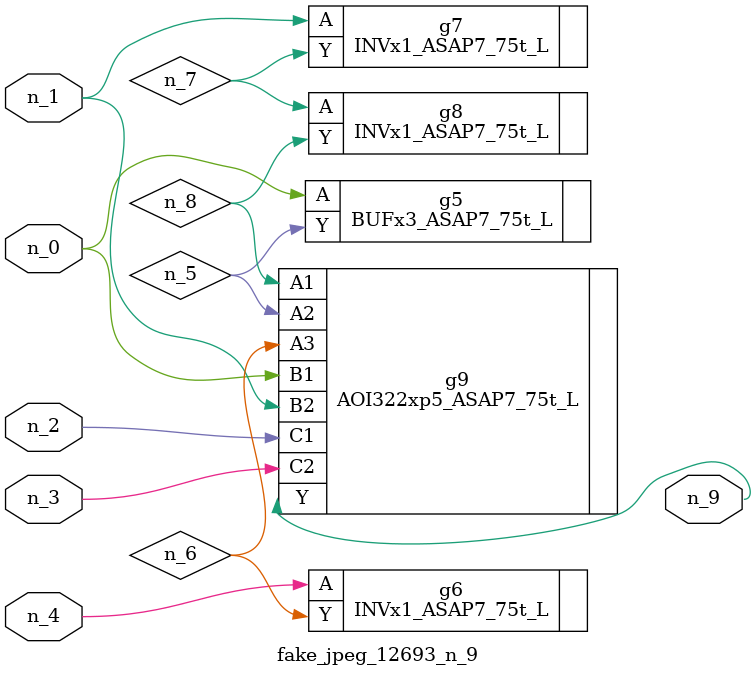
<source format=v>
module fake_jpeg_12693_n_9 (n_3, n_2, n_1, n_0, n_4, n_9);

input n_3;
input n_2;
input n_1;
input n_0;
input n_4;

output n_9;

wire n_8;
wire n_6;
wire n_5;
wire n_7;

BUFx3_ASAP7_75t_L g5 ( 
.A(n_0),
.Y(n_5)
);

INVx1_ASAP7_75t_L g6 ( 
.A(n_4),
.Y(n_6)
);

INVx1_ASAP7_75t_L g7 ( 
.A(n_1),
.Y(n_7)
);

INVx1_ASAP7_75t_L g8 ( 
.A(n_7),
.Y(n_8)
);

AOI322xp5_ASAP7_75t_L g9 ( 
.A1(n_8),
.A2(n_5),
.A3(n_6),
.B1(n_0),
.B2(n_1),
.C1(n_2),
.C2(n_3),
.Y(n_9)
);


endmodule
</source>
